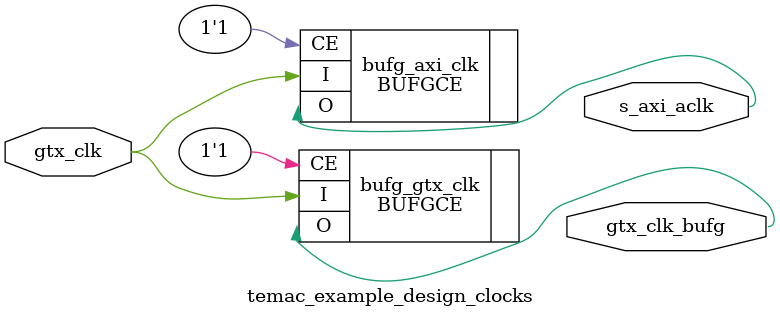
<source format=v>

`timescale 1 ps/1 ps

module temac_example_design_clocks
   (
   input          gtx_clk,
   
   

   // clock outputs
   output         gtx_clk_bufg,
   
   output         s_axi_aclk
   );

  //----------------------------------------------------------------------------
  // Transmitter Clock logic for gtx_clk
  //----------------------------------------------------------------------------

  // route gtx_clk through a BUFGCE and onto global clock routing
  BUFGCE bufg_gtx_clk (.I(gtx_clk), .CE  (1'b1), .O(gtx_clk_bufg));

  //----------------------------------------------------------------------------
  // Generate the s_axi_aclk for configuration by processor .
  //----------------------------------------------------------------------------
  
  // we only have one clock source (gtx_clk) so  it will be derived from that
  BUFGCE bufg_axi_clk (.I(gtx_clk), .CE  (1'b1), .O(s_axi_aclk));
  

  

  

endmodule

</source>
